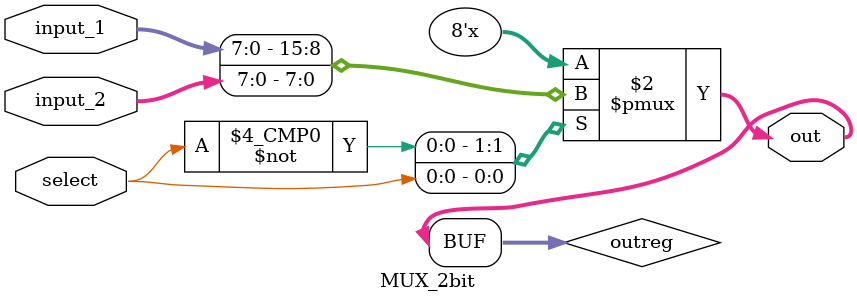
<source format=v>
`timescale 1ns / 1ps


module MUX_2bit (
    select,
    input_1,
    input_2,
    out
);
    input wire select;
    input wire [7:0]input_1;
    input wire [7:0]input_2;
    output wire [7:0]out;
    
    reg [7:0] outreg;

    always @(*) begin
        case(select)
            1'b0: outreg <= input_1;
            1'b1: outreg <= input_2;
        endcase
    end
    assign out = outreg;
endmodule

</source>
